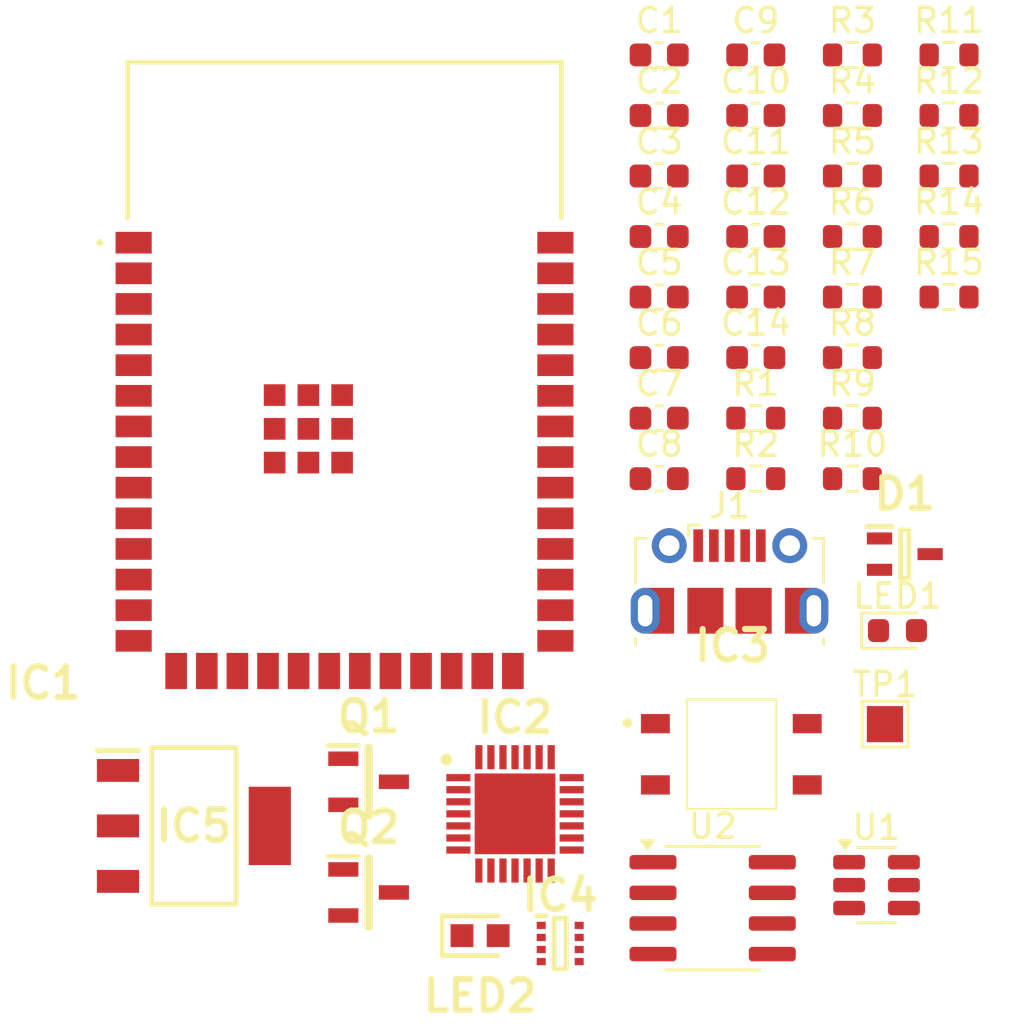
<source format=kicad_pcb>
(kicad_pcb (version 20241229) (generator "pcbnew") (generator_version "9.0")
  (layers (0 "F.Cu" signal) (2 "B.Cu" signal) (13 "F.Paste" user) (15 "B.Paste" user) (5 "F.SilkS" user "F.Silkscreen") (7 "B.SilkS" user "B.Silkscreen") (1 "F.Mask" user) (3 "B.Mask" user) (25 "Edge.Cuts" user))
  (net 0 "")
  (net 1 "/ST")
  (net 2 "Net-(IC3-Pad6)")
  (net 3 "/CAN-")
  (net 4 "/CAN_TERM")
  (net 5 "GND")
  (net 6 "/USR_LED_RSTR")
  (net 7 "VCC")
  (net 8 "Net-(IC4-PR1)")
  (net 9 "VBUS")
  (net 10 "+5V")
  (net 11 "Net-(IC2-DTR)")
  (net 12 "Net-(Q2-B)")
  (net 13 "/GPIO0")
  (net 15 "Net-(Q1-B)")
  (net 16 "Net-(IC2-RTS)")
  (net 17 "/CAN+")
  (net 18 "+3.3V")
  (net 23 "/PROG_D-")
  (net 31 "/PROG_D+")
  (net 32 "/U0TXD")
  (net 33 "/RSTB")
  (net 37 "Net-(IC2-VBUS)")
  (net 41 "/U0RXD")
  (net 42 "/PWR_LED")
  (net 49 "/CHIP_PU")
  (net 58 "/CAN_RTX")
  (net 59 "/USER_LED")
  (net 63 "/CAN_CTX")
  (net 76 "Net-(U2-Rs)")
  (net 77 "Net-(R3-Pad1)")
  (net 78 "Net-(R4-Pad2)")
  (net 79 "/USBM_D+")
  (net 80 "/USBM_D-")
  (footprint "Capacitor_SMD:C_0603_1608Metric" (layer "F.Cu") (at 41.705 21.065)
    (property "Reference" "C2" (at 0 -1.43 0) (layer "F.SilkS"))
    (property "Value" "10uF")
    (fp_line (start -0.14058 -0.51) (end 0.14058 -0.51) (stroke (width 0.12)) (layer "F.SilkS"))
    (fp_line (start -0.14058 0.51) (end 0.14058 0.51) (stroke (width 0.12)) (layer "F.SilkS"))
    (pad "1" smd roundrect (at -0.775 0) (size 0.9 0.95) (layers "F.Cu" "F.Mask" "F.Paste") (net 5 "GND"))
    (pad "2" smd roundrect (at 0.775 0) (size 0.9 0.95) (layers "F.Cu" "F.Mask" "F.Paste") (net 18 "+3.3V"))
  )
  (footprint "Resistor_SMD:R_0603_1608Metric" (layer "F.Cu") (at 49.725 33.615)
    (property "Reference" "R9" (at 0 -1.43 0) (layer "F.SilkS"))
    (property "Value" "1k")
    (fp_line (start -0.237258 -0.5225) (end 0.237258 -0.5225) (stroke (width 0.12)) (layer "F.SilkS"))
    (fp_line (start -0.237258 0.5225) (end 0.237258 0.5225) (stroke (width 0.12)) (layer "F.SilkS"))
    (pad "1" smd roundrect (at -0.825 0) (size 0.8 0.95) (layers "F.Cu" "F.Mask" "F.Paste") (net 33 "/RSTB"))
    (pad "2" smd roundrect (at 0.825 0) (size 0.8 0.95) (layers "F.Cu" "F.Mask" "F.Paste") (net 18 "+3.3V"))
  )
  (footprint "Capacitor_SMD:C_0603_1608Metric" (layer "F.Cu") (at 45.715 26.085)
    (property "Reference" "C12" (at 0 -1.43 0) (layer "F.SilkS"))
    (property "Value" "10uF")
    (fp_line (start -0.14058 -0.51) (end 0.14058 -0.51) (stroke (width 0.12)) (layer "F.SilkS"))
    (fp_line (start -0.14058 0.51) (end 0.14058 0.51) (stroke (width 0.12)) (layer "F.SilkS"))
    (pad "1" smd roundrect (at -0.775 0) (size 0.9 0.95) (layers "F.Cu" "F.Mask" "F.Paste") (net 5 "GND"))
    (pad "2" smd roundrect (at 0.775 0) (size 0.9 0.95) (layers "F.Cu" "F.Mask" "F.Paste") (net 10 "+5V"))
  )
  (footprint "Capacitor_SMD:C_0603_1608Metric" (layer "F.Cu") (at 45.715 28.595)
    (property "Reference" "C13" (at 0 -1.43 0) (layer "F.SilkS"))
    (property "Value" "100nF")
    (fp_line (start -0.14058 -0.51) (end 0.14058 -0.51) (stroke (width 0.12)) (layer "F.SilkS"))
    (fp_line (start -0.14058 0.51) (end 0.14058 0.51) (stroke (width 0.12)) (layer "F.SilkS"))
    (pad "1" smd roundrect (at -0.775 0) (size 0.9 0.95) (layers "F.Cu" "F.Mask" "F.Paste") (net 18 "+3.3V"))
    (pad "2" smd roundrect (at 0.775 0) (size 0.9 0.95) (layers "F.Cu" "F.Mask" "F.Paste") (net 5 "GND"))
  )
  (footprint "SDM_MiscFootprint:SOT96P237X111-3N" (layer "F.Cu") (at 29.65 53.285)
    (property "Reference" "Q2" (at 0 -2.7 0) (layer "F.SilkS") (effects (font (size 1.27 1.27) (thickness 0.254))))
    (property "Value" "MMBT2222LT1G" (hide yes))
    (fp_line (start -1.675 -1.505) (end -0.425 -1.505) (stroke (width 0.2)) (layer "F.SilkS"))
    (fp_line (start -0.075 -1.46) (end 0.075 -1.46) (stroke (width 0.2)) (layer "F.SilkS"))
    (fp_line (start -0.075 1.46) (end -0.075 -1.46) (stroke (width 0.2)) (layer "F.SilkS"))
    (fp_line (start 0.075 -1.46) (end 0.075 1.46) (stroke (width 0.2)) (layer "F.SilkS"))
    (fp_line (start 0.075 1.46) (end -0.075 1.46) (stroke (width 0.2)) (layer "F.SilkS"))
    (pad "1" smd rect (at -1.05 -0.955 90) (size 0.6 1.25) (layers "F.Cu" "F.Mask" "F.Paste") (net 12 "Net-(Q2-B)"))
    (pad "2" smd rect (at -1.05 0.955 90) (size 0.6 1.25) (layers "F.Cu" "F.Mask" "F.Paste") (net 11 "Net-(IC2-DTR)"))
    (pad "3" smd rect (at 1.05 0 90) (size 0.6 1.25) (layers "F.Cu" "F.Mask" "F.Paste") (net 13 "/GPIO0"))
  )
  (footprint "Capacitor_SMD:C_0603_1608Metric" (layer "F.Cu") (at 45.715 21.065)
    (property "Reference" "C10" (at 0 -1.43 0) (layer "F.SilkS"))
    (property "Value" "100uF")
    (fp_line (start -0.14058 -0.51) (end 0.14058 -0.51) (stroke (width 0.12)) (layer "F.SilkS"))
    (fp_line (start -0.14058 0.51) (end 0.14058 0.51) (stroke (width 0.12)) (layer "F.SilkS"))
    (pad "1" smd roundrect (at -0.775 0) (size 0.9 0.95) (layers "F.Cu" "F.Mask" "F.Paste") (net 10 "+5V"))
    (pad "2" smd roundrect (at 0.775 0) (size 0.9 0.95) (layers "F.Cu" "F.Mask" "F.Paste") (net 5 "GND"))
  )
  (footprint "Resistor_SMD:R_0603_1608Metric" (layer "F.Cu") (at 53.735 21.065)
    (property "Reference" "R12" (at 0 -1.43 0) (layer "F.SilkS"))
    (property "Value" "120")
    (fp_line (start -0.237258 -0.5225) (end 0.237258 -0.5225) (stroke (width 0.12)) (layer "F.SilkS"))
    (fp_line (start -0.237258 0.5225) (end 0.237258 0.5225) (stroke (width 0.12)) (layer "F.SilkS"))
    (pad "1" smd roundrect (at -0.825 0) (size 0.8 0.95) (layers "F.Cu" "F.Mask" "F.Paste") (net 2 "Net-(IC3-Pad6)"))
    (pad "2" smd roundrect (at 0.825 0) (size 0.8 0.95) (layers "F.Cu" "F.Mask" "F.Paste") (net 17 "/CAN+"))
  )
  (footprint "SDM_MiscFootprint:SOT230P700X180-4N" (layer "F.Cu") (at 22.4 50.525)
    (property "Reference" "IC5" (at 0 0 0) (layer "F.SilkS") (effects (font (size 1.27 1.27) (thickness 0.254))))
    (property "Value" "MIC37100-3.3WS" (hide yes))
    (fp_line (start -4.025 -3.125) (end -2.275 -3.125) (stroke (width 0.2)) (layer "F.SilkS"))
    (fp_line (start -1.75 -3.25) (end 1.75 -3.25) (stroke (width 0.2)) (layer "F.SilkS"))
    (fp_line (start -1.75 3.25) (end -1.75 -3.25) (stroke (width 0.2)) (layer "F.SilkS"))
    (fp_line (start 1.75 -3.25) (end 1.75 3.25) (stroke (width 0.2)) (layer "F.SilkS"))
    (fp_line (start 1.75 3.25) (end -1.75 3.25) (stroke (width 0.2)) (layer "F.SilkS"))
    (pad "1" smd rect (at -3.15 -2.3 90) (size 0.95 1.75) (layers "F.Cu" "F.Mask" "F.Paste") (net 10 "+5V"))
    (pad "2" smd rect (at -3.15 0 90) (size 0.95 1.75) (layers "F.Cu" "F.Mask" "F.Paste") (net 5 "GND"))
    (pad "3" smd rect (at -3.15 2.3 90) (size 0.95 1.75) (layers "F.Cu" "F.Mask" "F.Paste") (net 18 "+3.3V"))
    (pad "4" smd rect (at 3.15 0) (size 1.75 3.25) (layers "F.Cu" "F.Mask" "F.Paste") (net 5 "GND"))
  )
  (footprint "SDM_MiscFootprint:SOTFL50P160X60-8L" (layer "F.Cu") (at 37.6 55.4)
    (property "Reference" "IC4" (at 0 -2 0) (layer "F.SilkS") (effects (font (size 1.27 1.27) (thickness 0.254))))
    (property "Value" "TPS2116DRLR" (hide yes))
    (fp_line (start -0.975 -1.15) (end -0.6 -1.15) (stroke (width 0.2)) (layer "F.SilkS"))
    (fp_line (start -0.25 -1.05) (end 0.25 -1.05) (stroke (width 0.2)) (layer "F.SilkS"))
    (fp_line (start -0.25 1.05) (end -0.25 -1.05) (stroke (width 0.2)) (layer "F.SilkS"))
    (fp_line (start 0.25 -1.05) (end 0.25 1.05) (stroke (width 0.2)) (layer "F.SilkS"))
    (fp_line (start 0.25 1.05) (end -0.25 1.05) (stroke (width 0.2)) (layer "F.SilkS"))
    (pad "1" smd rect (at -0.788 -0.75 90) (size 0.3 0.375) (layers "F.Cu" "F.Mask" "F.Paste") (net 5 "GND"))
    (pad "2" smd rect (at -0.788 -0.25 90) (size 0.3 0.375) (layers "F.Cu" "F.Mask" "F.Paste") (net 10 "+5V"))
    (pad "3" smd rect (at -0.788 0.25 90) (size 0.3 0.375) (layers "F.Cu" "F.Mask" "F.Paste") (net 7 "VCC"))
    (pad "4" smd rect (at -0.788 0.75 90) (size 0.3 0.375) (layers "F.Cu" "F.Mask" "F.Paste") (net 8 "Net-(IC4-PR1)"))
    (pad "5" smd rect (at 0.788 0.75 90) (size 0.3 0.375) (layers "F.Cu" "F.Mask" "F.Paste") (net 7 "VCC"))
    (pad "6" smd rect (at 0.788 0.25 90) (size 0.3 0.375) (layers "F.Cu" "F.Mask" "F.Paste") (net 9 "VBUS"))
    (pad "7" smd rect (at 0.788 -0.25 90) (size 0.3 0.375) (layers "F.Cu" "F.Mask" "F.Paste") (net 10 "+5V"))
    (pad "8" smd rect (at 0.788 -0.75 90) (size 0.3 0.375) (layers "F.Cu" "F.Mask" "F.Paste") (net 1 "/ST"))
  )
  (footprint "Package_SO:SOIC-8_3.9x4.9mm_P1.27mm" (layer "F.Cu") (at 43.925 53.935)
    (property "Reference" "U2" (at 0 -3.4 0) (layer "F.SilkS"))
    (property "Value" "SN65HVD230")
    (fp_line (start 0 -2.56) (end -1.95 -2.56) (stroke (width 0.12)) (layer "F.SilkS"))
    (fp_line (start 0 -2.56) (end 1.95 -2.56) (stroke (width 0.12)) (layer "F.SilkS"))
    (fp_line (start 0 2.56) (end -1.95 2.56) (stroke (width 0.12)) (layer "F.SilkS"))
    (fp_line (start 0 2.56) (end 1.95 2.56) (stroke (width 0.12)) (layer "F.SilkS"))
    (fp_poly (pts (xy -2.7 -2.465) (xy -2.94 -2.795) (xy -2.46 -2.795)) (stroke (width 0.12)) (fill yes) (layer "F.SilkS"))
    (pad "1" smd roundrect (at -2.475 -1.905) (size 1.95 0.6) (layers "F.Cu" "F.Mask" "F.Paste") (net 58 "/CAN_RTX"))
    (pad "2" smd roundrect (at -2.475 -0.635) (size 1.95 0.6) (layers "F.Cu" "F.Mask" "F.Paste") (net 5 "GND"))
    (pad "3" smd roundrect (at -2.475 0.635) (size 1.95 0.6) (layers "F.Cu" "F.Mask" "F.Paste") (net 18 "+3.3V"))
    (pad "4" smd roundrect (at -2.475 1.905) (size 1.95 0.6) (layers "F.Cu" "F.Mask" "F.Paste") (net 63 "/CAN_CTX"))
    (pad "5" smd roundrect (at 2.475 1.905) (size 1.95 0.6) (layers "F.Cu" "F.Mask" "F.Paste"))
    (pad "6" smd roundrect (at 2.475 0.635) (size 1.95 0.6) (layers "F.Cu" "F.Mask" "F.Paste") (net 3 "/CAN-"))
    (pad "7" smd roundrect (at 2.475 -0.635) (size 1.95 0.6) (layers "F.Cu" "F.Mask" "F.Paste") (net 17 "/CAN+"))
    (pad "8" smd roundrect (at 2.475 -1.905) (size 1.95 0.6) (layers "F.Cu" "F.Mask" "F.Paste") (net 76 "Net-(U2-Rs)"))
  )
  (footprint "SDM_MiscFootprint:TLP266J" (layer "F.Cu") (at 44.75 47.555)
    (property "Reference" "IC3" (at 0 -4.5 0) (layer "F.SilkS") (effects (font (size 1.27 1.27) (thickness 0.254))))
    (property "Value" "TLP175A_TPL,E" (hide yes))
    (fp_line (start -4.35 -1.4) (end -4.35 -1.4) (stroke (width 0.2)) (layer "F.SilkS"))
    (fp_line (start -4.35 -1.2) (end -4.35 -1.2) (stroke (width 0.2)) (layer "F.SilkS"))
    (fp_line (start -1.9 -2.275) (end 1.8 -2.275) (stroke (width 0.1)) (layer "F.SilkS"))
    (fp_line (start -1.9 2.275) (end -1.9 -2.275) (stroke (width 0.1)) (layer "F.SilkS"))
    (fp_line (start 1.8 -2.275) (end 1.8 2.275) (stroke (width 0.1)) (layer "F.SilkS"))
    (fp_line (start 1.8 2.275) (end -1.9 2.275) (stroke (width 0.1)) (layer "F.SilkS"))
    (fp_arc (start -4.35 -1.4) (mid -4.25 -1.3) (end -4.35 -1.2) (stroke (width 0.2)) (layer "F.SilkS"))
    (fp_arc (start -4.35 -1.2) (mid -4.45 -1.3) (end -4.35 -1.4) (stroke (width 0.2)) (layer "F.SilkS"))
    (pad "1" smd rect (at -3.2 -1.27 90) (size 0.8 1.2) (layers "F.Cu" "F.Mask" "F.Paste") (net 4 "/CAN_TERM"))
    (pad "3" smd rect (at -3.2 1.27 90) (size 0.8 1.2) (layers "F.Cu" "F.Mask" "F.Paste") (net 5 "GND"))
    (pad "4" smd rect (at 3.1 1.27 90) (size 0.8 1.2) (layers "F.Cu" "F.Mask" "F.Paste") (net 3 "/CAN-"))
    (pad "6" smd rect (at 3.1 -1.27 90) (size 0.8 1.2) (layers "F.Cu" "F.Mask" "F.Paste") (net 2 "Net-(IC3-Pad6)"))
  )
  (footprint "Resistor_SMD:R_0603_1608Metric" (layer "F.Cu") (at 49.725 23.575)
    (property "Reference" "R5" (at 0 -1.43 0) (layer "F.SilkS"))
    (property "Value" "22.1K")
    (fp_line (start -0.237258 -0.5225) (end 0.237258 -0.5225) (stroke (width 0.12)) (layer "F.SilkS"))
    (fp_line (start -0.237258 0.5225) (end 0.237258 0.5225) (stroke (width 0.12)) (layer "F.SilkS"))
    (pad "1" smd roundrect (at -0.825 0) (size 0.8 0.95) (layers "F.Cu" "F.Mask" "F.Paste") (net 37 "Net-(IC2-VBUS)"))
    (pad "2" smd roundrect (at 0.825 0) (size 0.8 0.95) (layers "F.Cu" "F.Mask" "F.Paste") (net 9 "VBUS"))
  )
  (footprint "Resistor_SMD:R_0603_1608Metric" (layer "F.Cu") (at 45.715 33.615)
    (property "Reference" "R1" (at 0 -1.43 0) (layer "F.SilkS"))
    (property "Value" "10k")
    (fp_line (start -0.237258 -0.5225) (end 0.237258 -0.5225) (stroke (width 0.12)) (layer "F.SilkS"))
    (fp_line (start -0.237258 0.5225) (end 0.237258 0.5225) (stroke (width 0.12)) (layer "F.SilkS"))
    (pad "1" smd roundrect (at -0.825 0) (size 0.8 0.95) (layers "F.Cu" "F.Mask" "F.Paste") (net 18 "+3.3V"))
    (pad "2" smd roundrect (at 0.825 0) (size 0.8 0.95) (layers "F.Cu" "F.Mask" "F.Paste") (net 49 "/CHIP_PU"))
  )
  (footprint "Resistor_SMD:R_0603_1608Metric" (layer "F.Cu") (at 53.735 18.555)
    (property "Reference" "R11" (at 0 -1.43 0) (layer "F.SilkS"))
    (property "Value" "10k")
    (fp_line (start -0.237258 -0.5225) (end 0.237258 -0.5225) (stroke (width 0.12)) (layer "F.SilkS"))
    (fp_line (start -0.237258 0.5225) (end 0.237258 0.5225) (stroke (width 0.12)) (layer "F.SilkS"))
    (pad "1" smd roundrect (at -0.825 0) (size 0.8 0.95) (layers "F.Cu" "F.Mask" "F.Paste") (net 5 "GND"))
    (pad "2" smd roundrect (at 0.825 0) (size 0.8 0.95) (layers "F.Cu" "F.Mask" "F.Paste") (net 8 "Net-(IC4-PR1)"))
  )
  (footprint "TestPoint:TestPoint_Pad_1.5x1.5mm" (layer "F.Cu") (at 51.075 46.305)
    (property "Reference" "TP1" (at 0 -1.648 0) (layer "F.SilkS"))
    (property "Value" "ST_5V")
    (fp_line (start -0.95 -0.95) (end 0.95 -0.95) (stroke (width 0.12)) (layer "F.SilkS"))
    (fp_line (start -0.95 0.95) (end -0.95 -0.95) (stroke (width 0.12)) (layer "F.SilkS"))
    (fp_line (start 0.95 -0.95) (end 0.95 0.95) (stroke (width 0.12)) (layer "F.SilkS"))
    (fp_line (start 0.95 0.95) (end -0.95 0.95) (stroke (width 0.12)) (layer "F.SilkS"))
    (pad "1" smd rect (at 0 0) (size 1.5 1.5) (layers "F.Cu" "F.Mask") (net 1 "/ST"))
  )
  (footprint "Capacitor_SMD:C_0603_1608Metric" (layer "F.Cu") (at 41.705 28.595)
    (property "Reference" "C5" (at 0 -1.43 0) (layer "F.SilkS"))
    (property "Value" "4.7uF")
    (fp_line (start -0.14058 -0.51) (end 0.14058 -0.51) (stroke (width 0.12)) (layer "F.SilkS"))
    (fp_line (start -0.14058 0.51) (end 0.14058 0.51) (stroke (width 0.12)) (layer "F.SilkS"))
    (pad "1" smd roundrect (at -0.775 0) (size 0.9 0.95) (layers "F.Cu" "F.Mask" "F.Paste") (net 18 "+3.3V"))
    (pad "2" smd roundrect (at 0.775 0) (size 0.9 0.95) (layers "F.Cu" "F.Mask" "F.Paste") (net 5 "GND"))
  )
  (footprint "Capacitor_SMD:C_0603_1608Metric" (layer "F.Cu") (at 41.705 36.125)
    (property "Reference" "C8" (at 0 -1.43 0) (layer "F.SilkS"))
    (property "Value" "1uF")
    (fp_line (start -0.14058 -0.51) (end 0.14058 -0.51) (stroke (width 0.12)) (layer "F.SilkS"))
    (fp_line (start -0.14058 0.51) (end 0.14058 0.51) (stroke (width 0.12)) (layer "F.SilkS"))
    (pad "1" smd roundrect (at -0.775 0) (size 0.9 0.95) (layers "F.Cu" "F.Mask" "F.Paste") (net 5 "GND"))
    (pad "2" smd roundrect (at 0.775 0) (size 0.9 0.95) (layers "F.Cu" "F.Mask" "F.Paste") (net 7 "VCC"))
  )
  (footprint "Resistor_SMD:R_0603_1608Metric" (layer "F.Cu") (at 53.735 23.575)
    (property "Reference" "R13" (at 0 -1.43 0) (layer "F.SilkS"))
    (property "Value" "10k")
    (fp_line (start -0.237258 -0.5225) (end 0.237258 -0.5225) (stroke (width 0.12)) (layer "F.SilkS"))
    (fp_line (start -0.237258 0.5225) (end 0.237258 0.5225) (stroke (width 0.12)) (layer "F.SilkS"))
    (pad "1" smd roundrect (at -0.825 0) (size 0.8 0.95) (layers "F.Cu" "F.Mask" "F.Paste") (net 10 "+5V"))
    (pad "2" smd roundrect (at 0.825 0) (size 0.8 0.95) (layers "F.Cu" "F.Mask" "F.Paste") (net 1 "/ST"))
  )
  (footprint "Connector_USB:USB_Micro-B_Molex-105017-0001" (layer "F.Cu") (at 44.625 40.365)
    (property "Reference" "J1" (at 0 -3.1125 0) (layer "F.SilkS"))
    (property "Value" "ESP_USB")
    (fp_line (start -3.9 -1.7625) (end -3.45 -1.7625) (stroke (width 0.12)) (layer "F.SilkS"))
    (fp_line (start -3.9 0.0875) (end -3.9 -1.7625) (stroke (width 0.12)) (layer "F.SilkS"))
    (fp_line (start -3.9 2.6375) (end -3.9 2.3875) (stroke (width 0.12)) (layer "F.SilkS"))
    (fp_line (start -1.7 -2.3125) (end -1.7 -1.8625) (stroke (width 0.12)) (layer "F.SilkS"))
    (fp_line (start -1.7 -2.3125) (end -1.25 -2.3125) (stroke (width 0.12)) (layer "F.SilkS"))
    (fp_line (start 3.9 -1.7625) (end 3.45 -1.7625) (stroke (width 0.12)) (layer "F.SilkS"))
    (fp_line (start 3.9 0.0875) (end 3.9 -1.7625) (stroke (width 0.12)) (layer "F.SilkS"))
    (fp_line (start 3.9 2.6375) (end 3.9 2.3875) (stroke (width 0.12)) (layer "F.SilkS"))
    (pad "1" smd rect (at -1.3 -1.4625) (size 0.4 1.35) (layers "F.Cu" "F.Mask" "F.Paste") (net 9 "VBUS"))
    (pad "2" smd rect (at -0.65 -1.4625) (size 0.4 1.35) (layers "F.Cu" "F.Mask" "F.Paste") (net 80 "/USBM_D-"))
    (pad "3" smd rect (at 0 -1.4625) (size 0.4 1.35) (layers "F.Cu" "F.Mask" "F.Paste") (net 79 "/USBM_D+"))
    (pad "4" smd rect (at 0.65 -1.4625) (size 0.4 1.35) (layers "F.Cu" "F.Mask" "F.Paste"))
    (pad "5" smd rect (at 1.3 -1.4625) (size 0.4 1.35) (layers "F.Cu" "F.Mask" "F.Paste") (net 5 "GND"))
    (pad "6" thru_hole oval (at -3.5 1.2375 180) (size 1.2 1.9) (drill oval 0.6 1.3) (property pad_prop_heatsink) (layers "*.Cu" "*.Mask"))
    (pad "6" smd rect (at -2.9 1.2375) (size 1.2 1.9) (layers "F.Cu" "F.Mask"))
    (pad "6" thru_hole circle (at -2.5 -1.4625) (size 1.45 1.45) (drill 0.85) (property pad_prop_heatsink) (layers "*.Cu" "*.Mask"))
    (pad "6" smd rect (at -1 1.2375) (size 1.5 1.9) (layers "F.Cu" "F.Mask" "F.Paste"))
    (pad "6" smd rect (at 1 1.2375) (size 1.5 1.9) (layers "F.Cu" "F.Mask" "F.Paste"))
    (pad "6" thru_hole circle (at 2.5 -1.4625) (size 1.45 1.45) (drill 0.85) (property pad_prop_heatsink) (layers "*.Cu" "*.Mask"))
    (pad "6" smd rect (at 2.9 1.2375) (size 1.2 1.9) (layers "F.Cu" "F.Mask"))
    (pad "6" thru_hole oval (at 3.5 1.2375) (size 1.2 1.9) (drill oval 0.6 1.3) (property pad_prop_heatsink) (layers "*.Cu" "*.Mask"))
  )
  (footprint "SDM_MiscFootprint:SOT96P237X111-3N" (layer "F.Cu") (at 29.65 48.695)
    (property "Reference" "Q1" (at 0 -2.7 0) (layer "F.SilkS") (effects (font (size 1.27 1.27) (thickness 0.254))))
    (property "Value" "MMBT2222LT1G" (hide yes))
    (fp_line (start -1.675 -1.505) (end -0.425 -1.505) (stroke (width 0.2)) (layer "F.SilkS"))
    (fp_line (start -0.075 -1.46) (end 0.075 -1.46) (stroke (width 0.2)) (layer "F.SilkS"))
    (fp_line (start -0.075 1.46) (end -0.075 -1.46) (stroke (width 0.2)) (layer "F.SilkS"))
    (fp_line (start 0.075 -1.46) (end 0.075 1.46) (stroke (width 0.2)) (layer "F.SilkS"))
    (fp_line (start 0.075 1.46) (end -0.075 1.46) (stroke (width 0.2)) (layer "F.SilkS"))
    (pad "1" smd rect (at -1.05 -0.955 90) (size 0.6 1.25) (layers "F.Cu" "F.Mask" "F.Paste") (net 15 "Net-(Q1-B)"))
    (pad "2" smd rect (at -1.05 0.955 90) (size 0.6 1.25) (layers "F.Cu" "F.Mask" "F.Paste") (net 16 "Net-(IC2-RTS)"))
    (pad "3" smd rect (at 1.05 0 90) (size 0.6 1.25) (layers "F.Cu" "F.Mask" "F.Paste"))
  )
  (footprint "Resistor_SMD:R_0603_1608Metric" (layer "F.Cu") (at 53.735 28.595)
    (property "Reference" "R15" (at 0 -1.43 0) (layer "F.SilkS"))
    (property "Value" "10k")
    (fp_line (start -0.237258 -0.5225) (end 0.237258 -0.5225) (stroke (width 0.12)) (layer "F.SilkS"))
    (fp_line (start -0.237258 0.5225) (end 0.237258 0.5225) (stroke (width 0.12)) (layer "F.SilkS"))
    (pad "1" smd roundrect (at -0.825 0) (size 0.8 0.95) (layers "F.Cu" "F.Mask" "F.Paste") (net 5 "GND"))
    (pad "2" smd roundrect (at 0.825 0) (size 0.8 0.95) (layers "F.Cu" "F.Mask" "F.Paste") (net 76 "Net-(U2-Rs)"))
  )
  (footprint "Capacitor_SMD:C_0603_1608Metric" (layer "F.Cu") (at 45.715 31.105)
    (property "Reference" "C14" (at 0 -1.43 0) (layer "F.SilkS"))
    (property "Value" "10uF")
    (fp_line (start -0.14058 -0.51) (end 0.14058 -0.51) (stroke (width 0.12)) (layer "F.SilkS"))
    (fp_line (start -0.14058 0.51) (end 0.14058 0.51) (stroke (width 0.12)) (layer "F.SilkS"))
    (pad "1" smd roundrect (at -0.775 0) (size 0.9 0.95) (layers "F.Cu" "F.Mask" "F.Paste") (net 5 "GND"))
    (pad "2" smd roundrect (at 0.775 0) (size 0.9 0.95) (layers "F.Cu" "F.Mask" "F.Paste") (net 18 "+3.3V"))
  )
  (footprint "Resistor_SMD:R_0603_1608Metric" (layer "F.Cu") (at 49.725 18.555)
    (property "Reference" "R3" (at 0 -1.43 0) (layer "F.SilkS"))
    (property "Value" "27")
    (fp_line (start -0.237258 -0.5225) (end 0.237258 -0.5225) (stroke (width 0.12)) (layer "F.SilkS"))
    (fp_line (start -0.237258 0.5225) (end 0.237258 0.5225) (stroke (width 0.12)) (layer "F.SilkS"))
    (pad "1" smd roundrect (at -0.825 0) (size 0.8 0.95) (layers "F.Cu" "F.Mask" "F.Paste") (net 77 "Net-(R3-Pad1)"))
    (pad "2" smd roundrect (at 0.825 0) (size 0.8 0.95) (layers "F.Cu" "F.Mask" "F.Paste") (net 31 "/PROG_D+"))
  )
  (footprint "Resistor_SMD:R_0603_1608Metric" (layer "F.Cu") (at 53.735 26.085)
    (property "Reference" "R14" (at 0 -1.43 0) (layer "F.SilkS"))
    (property "Value" "68")
    (fp_line (start -0.237258 -0.5225) (end 0.237258 -0.5225) (stroke (width 0.12)) (layer "F.SilkS"))
    (fp_line (start -0.237258 0.5225) (end 0.237258 0.5225) (stroke (width 0.12)) (layer "F.SilkS"))
    (pad "1" smd roundrect (at -0.825 0) (size 0.8 0.95) (layers "F.Cu" "F.Mask" "F.Paste") (net 10 "+5V"))
    (pad "2" smd roundrect (at 0.825 0) (size 0.8 0.95) (layers "F.Cu" "F.Mask" "F.Paste") (net 42 "/PWR_LED"))
  )
  (footprint "Capacitor_SMD:C_0603_1608Metric" (layer "F.Cu") (at 41.705 26.085)
    (property "Reference" "C4" (at 0 -1.43 0) (layer "F.SilkS"))
    (property "Value" "1uF")
    (fp_line (start -0.14058 -0.51) (end 0.14058 -0.51) (stroke (width 0.12)) (layer "F.SilkS"))
    (fp_line (start -0.14058 0.51) (end 0.14058 0.51) (stroke (width 0.12)) (layer "F.SilkS"))
    (pad "1" smd roundrect (at -0.775 0) (size 0.9 0.95) (layers "F.Cu" "F.Mask" "F.Paste") (net 5 "GND"))
    (pad "2" smd roundrect (at 0.775 0) (size 0.9 0.95) (layers "F.Cu" "F.Mask" "F.Paste") (net 9 "VBUS"))
  )
  (footprint "Package_TO_SOT_SMD:SOT-23-6" (layer "F.Cu") (at 50.725 52.98)
    (property "Reference" "U1" (at 0 -2.4 0) (layer "F.SilkS"))
    (property "Value" "USBLC6-2SC6")
    (fp_line (start 0 -1.56) (end -0.8 -1.56) (stroke (width 0.12)) (layer "F.SilkS"))
    (fp_line (start 0 -1.56) (end 0.8 -1.56) (stroke (width 0.12)) (layer "F.SilkS"))
    (fp_line (start 0 1.56) (end -0.8 1.56) (stroke (width 0.12)) (layer "F.SilkS"))
    (fp_line (start 0 1.56) (end 0.8 1.56) (stroke (width 0.12)) (layer "F.SilkS"))
    (fp_poly (pts (xy -1.3 -1.51) (xy -1.54 -1.84) (xy -1.06 -1.84)) (stroke (width 0.12)) (fill yes) (layer "F.SilkS"))
    (pad "1" smd roundrect (at -1.1375 -0.95) (size 1.325 0.6) (layers "F.Cu" "F.Mask" "F.Paste") (net 77 "Net-(R3-Pad1)"))
    (pad "2" smd roundrect (at -1.1375 0) (size 1.325 0.6) (layers "F.Cu" "F.Mask" "F.Paste") (net 5 "GND"))
    (pad "3" smd roundrect (at -1.1375 0.95) (size 1.325 0.6) (layers "F.Cu" "F.Mask" "F.Paste") (net 78 "Net-(R4-Pad2)"))
    (pad "4" smd roundrect (at 1.1375 0.95) (size 1.325 0.6) (layers "F.Cu" "F.Mask" "F.Paste") (net 80 "/USBM_D-"))
    (pad "5" smd roundrect (at 1.1375 0) (size 1.325 0.6) (layers "F.Cu" "F.Mask" "F.Paste") (net 9 "VBUS"))
    (pad "6" smd roundrect (at 1.1375 -0.95) (size 1.325 0.6) (layers "F.Cu" "F.Mask" "F.Paste") (net 79 "/USBM_D+"))
  )
  (footprint "SDM_MiscFootprint:QFN50P500X500X80-29N-D" (layer "F.Cu") (at 35.725 50.025)
    (property "Reference" "IC2" (at 0 -4 0) (layer "F.SilkS") (effects (font (size 1.27 1.27) (thickness 0.254))))
    (property "Value" "CP2102N-A02-GQFN28" (hide yes))
    (fp_circle (center -2.85 -2.25) (end -2.85 -2.125) (stroke (width 0.25)) (fill no) (layer "F.SilkS"))
    (pad "1" smd rect (at -2.35 -1.5 90) (size 0.3 1) (layers "F.Cu" "F.Mask" "F.Paste"))
    (pad "2" smd rect (at -2.35 -1 90) (size 0.3 1) (layers "F.Cu" "F.Mask" "F.Paste"))
    (pad "3" smd rect (at -2.35 -0.5 90) (size 0.3 1) (layers "F.Cu" "F.Mask" "F.Paste") (net 5 "GND"))
    (pad "4" smd rect (at -2.35 0 90) (size 0.3 1) (layers "F.Cu" "F.Mask" "F.Paste") (net 31 "/PROG_D+"))
    (pad "5" smd rect (at -2.35 0.5 90) (size 0.3 1) (layers "F.Cu" "F.Mask" "F.Paste") (net 23 "/PROG_D-"))
    (pad "6" smd rect (at -2.35 1 90) (size 0.3 1) (layers "F.Cu" "F.Mask" "F.Paste") (net 18 "+3.3V"))
    (pad "7" smd rect (at -2.35 1.5 90) (size 0.3 1) (layers "F.Cu" "F.Mask" "F.Paste") (net 18 "+3.3V"))
    (pad "8" smd rect (at -1.5 2.35) (size 0.3 1) (layers "F.Cu" "F.Mask" "F.Paste") (net 37 "Net-(IC2-VBUS)"))
    (pad "9" smd rect (at -1 2.35) (size 0.3 1) (layers "F.Cu" "F.Mask" "F.Paste") (net 33 "/RSTB"))
    (pad "10" smd rect (at -0.5 2.35) (size 0.3 1) (layers "F.Cu" "F.Mask" "F.Paste"))
    (pad "11" smd rect (at 0 2.35) (size 0.3 1) (layers "F.Cu" "F.Mask" "F.Paste"))
    (pad "12" smd rect (at 0.5 2.35) (size 0.3 1) (layers "F.Cu" "F.Mask" "F.Paste"))
    (pad "13" smd rect (at 1 2.35) (size 0.3 1) (layers "F.Cu" "F.Mask" "F.Paste"))
    (pad "14" smd rect (at 1.5 2.35) (size 0.3 1) (layers "F.Cu" "F.Mask" "F.Paste"))
    (pad "15" smd rect (at 2.35 1.5 90) (size 0.3 1) (layers "F.Cu" "F.Mask" "F.Paste"))
    (pad "16" smd rect (at 2.35 1 90) (size 0.3 1) (layers "F.Cu" "F.Mask" "F.Paste"))
    (pad "17" smd rect (at 2.35 0.5 90) (size 0.3 1) (layers "F.Cu" "F.Mask" "F.Paste"))
    (pad "18" smd rect (at 2.35 0 90) (size 0.3 1) (layers "F.Cu" "F.Mask" "F.Paste"))
    (pad "19" smd rect (at 2.35 -0.5 90) (size 0.3 1) (layers "F.Cu" "F.Mask" "F.Paste"))
    (pad "20" smd rect (at 2.35 -1 90) (size 0.3 1) (layers "F.Cu" "F.Mask" "F.Paste"))
    (pad "21" smd rect (at 2.35 -1.5 90) (size 0.3 1) (layers "F.Cu" "F.Mask" "F.Paste"))
    (pad "22" smd rect (at 1.5 -2.35) (size 0.3 1) (layers "F.Cu" "F.Mask" "F.Paste"))
    (pad "23" smd rect (at 1 -2.35) (size 0.3 1) (layers "F.Cu" "F.Mask" "F.Paste"))
    (pad "24" smd rect (at 0.5 -2.35) (size 0.3 1) (layers "F.Cu" "F.Mask" "F.Paste") (net 16 "Net-(IC2-RTS)"))
    (pad "25" smd rect (at 0 -2.35) (size 0.3 1) (layers "F.Cu" "F.Mask" "F.Paste") (net 32 "/U0TXD"))
    (pad "26" smd rect (at -0.5 -2.35) (size 0.3 1) (layers "F.Cu" "F.Mask" "F.Paste") (net 41 "/U0RXD"))
    (pad "27" smd rect (at -1 -2.35) (size 0.3 1) (layers "F.Cu" "F.Mask" "F.Paste"))
    (pad "28" smd rect (at -1.5 -2.35) (size 0.3 1) (layers "F.Cu" "F.Mask" "F.Paste") (net 11 "Net-(IC2-DTR)"))
    (pad "29" smd rect (at 0 0) (size 3.35 3.35) (layers "F.Cu" "F.Mask" "F.Paste") (net 5 "GND") (clearance 0.1))
  )
  (footprint "Capacitor_SMD:C_0603_1608Metric" (layer "F.Cu") (at 41.705 31.105)
    (property "Reference" "C6" (at 0 -1.43 0) (layer "F.SilkS"))
    (property "Value" "100nF")
    (fp_line (start -0.14058 -0.51) (end 0.14058 -0.51) (stroke (width 0.12)) (layer "F.SilkS"))
    (fp_line (start -0.14058 0.51) (end 0.14058 0.51) (stroke (width 0.12)) (layer "F.SilkS"))
    (pad "1" smd roundrect (at -0.775 0) (size 0.9 0.95) (layers "F.Cu" "F.Mask" "F.Paste") (net 5 "GND"))
    (pad "2" smd roundrect (at 0.775 0) (size 0.9 0.95) (layers "F.Cu" "F.Mask" "F.Paste") (net 18 "+3.3V"))
  )
  (footprint "Resistor_SMD:R_0603_1608Metric" (layer "F.Cu") (at 49.725 21.065)
    (property "Reference" "R4" (at 0 -1.43 0) (layer "F.SilkS"))
    (property "Value" "27")
    (fp_line (start -0.237258 -0.5225) (end 0.237258 -0.5225) (stroke (width 0.12)) (layer "F.SilkS"))
    (fp_line (start -0.237258 0.5225) (end 0.237258 0.5225) (stroke (width 0.12)) (layer "F.SilkS"))
    (pad "1" smd roundrect (at -0.825 0) (size 0.8 0.95) (layers "F.Cu" "F.Mask" "F.Paste") (net 23 "/PROG_D-"))
    (pad "2" smd roundrect (at 0.825 0) (size 0.8 0.95) (layers "F.Cu" "F.Mask" "F.Paste") (net 78 "Net-(R4-Pad2)"))
  )
  (footprint "Resistor_SMD:R_0603_1608Metric" (layer "F.Cu") (at 49.725 28.595)
    (property "Reference" "R7" (at 0 -1.43 0) (layer "F.SilkS"))
    (property "Value" "10k")
    (fp_line (start -0.237258 -0.5225) (end 0.237258 -0.5225) (stroke (width 0.12)) (layer "F.SilkS"))
    (fp_line (start -0.237258 0.5225) (end 0.237258 0.5225) (stroke (width 0.12)) (layer "F.SilkS"))
    (pad "1" smd roundrect (at -0.825 0) (size 0.8 0.95) (layers "F.Cu" "F.Mask" "F.Paste") (net 15 "Net-(Q1-B)"))
    (pad "2" smd roundrect (at 0.825 0) (size 0.8 0.95) (layers "F.Cu" "F.Mask" "F.Paste") (net 11 "Net-(IC2-DTR)"))
  )
  (footprint "Resistor_SMD:R_0603_1608Metric" (layer "F.Cu") (at 49.725 26.085)
    (property "Reference" "R6" (at 0 -1.43 0) (layer "F.SilkS"))
    (property "Value" "47.5K")
    (fp_line (start -0.237258 -0.5225) (end 0.237258 -0.5225) (stroke (width 0.12)) (layer "F.SilkS"))
    (fp_line (start -0.237258 0.5225) (end 0.237258 0.5225) (stroke (width 0.12)) (layer "F.SilkS"))
    (pad "1" smd roundrect (at -0.825 0) (size 0.8 0.95) (layers "F.Cu" "F.Mask" "F.Paste") (net 37 "Net-(IC2-VBUS)"))
    (pad "2" smd roundrect (at 0.825 0) (size 0.8 0.95) (layers "F.Cu" "F.Mask" "F.Paste") (net 5 "GND"))
  )
  (footprint "Capacitor_SMD:C_0603_1608Metric" (layer "F.Cu") (at 41.705 33.615)
    (property "Reference" "C7" (at 0 -1.43 0) (layer "F.SilkS"))
    (property "Value" "1uF")
    (fp_line (start -0.14058 -0.51) (end 0.14058 -0.51) (stroke (width 0.12)) (layer "F.SilkS"))
    (fp_line (start -0.14058 0.51) (end 0.14058 0.51) (stroke (width 0.12)) (layer "F.SilkS"))
    (pad "1" smd roundrect (at -0.775 0) (size 0.9 0.95) (layers "F.Cu" "F.Mask" "F.Paste") (net 37 "Net-(IC2-VBUS)"))
    (pad "2" smd roundrect (at 0.775 0) (size 0.9 0.95) (layers "F.Cu" "F.Mask" "F.Paste") (net 5 "GND"))
  )
  (footprint "LED_SMD:LED_0603_1608Metric" (layer "F.Cu") (at 51.595 42.425)
    (property "Reference" "LED1" (at 0 -1.43 0) (layer "F.SilkS"))
    (property "Value" "GREEN")
    (fp_line (start -1.485 -0.735) (end -1.485 0.735) (stroke (width 0.12)) (layer "F.SilkS"))
    (fp_line (start -1.485 0.735) (end 0.8 0.735) (stroke (width 0.12)) (layer "F.SilkS"))
    (fp_line (start 0.8 -0.735) (end -1.485 -0.735) (stroke (width 0.12)) (layer "F.SilkS"))
    (pad "1" smd roundrect (at -0.7875 0) (size 0.875 0.95) (layers "F.Cu" "F.Mask" "F.Paste") (net 5 "GND"))
    (pad "2" smd roundrect (at 0.7875 0) (size 0.875 0.95) (layers "F.Cu" "F.Mask" "F.Paste") (net 6 "/USR_LED_RSTR"))
  )
  (footprint "Capacitor_SMD:C_0603_1608Metric" (layer "F.Cu") (at 45.715 18.555)
    (property "Reference" "C9" (at 0 -1.43 0) (layer "F.SilkS"))
    (property "Value" "1uF")
    (fp_line (start -0.14058 -0.51) (end 0.14058 -0.51) (stroke (width 0.12)) (layer "F.SilkS"))
    (fp_line (start -0.14058 0.51) (end 0.14058 0.51) (stroke (width 0.12)) (layer "F.SilkS"))
    (pad "1" smd roundrect (at -0.775 0) (size 0.9 0.95) (layers "F.Cu" "F.Mask" "F.Paste") (net 5 "GND"))
    (pad "2" smd roundrect (at 0.775 0) (size 0.9 0.95) (layers "F.Cu" "F.Mask" "F.Paste") (net 9 "VBUS"))
  )
  (footprint "SDM_MiscFootprint:LEDC1608X80N" (layer "F.Cu") (at 34.275 55.075)
    (property "Reference" "LED2" (at 0 2.5 0) (layer "F.SilkS") (effects (font (size 1.27 1.27) (thickness 0.254))))
    (property "Value" "150060RS75000" (hide yes))
    (fp_line (start -1.575 -0.825) (end -1.575 0.825) (stroke (width 0.2)) (layer "F.SilkS"))
    (fp_line (start -1.575 0.825) (end 0.75 0.825) (stroke (width 0.2)) (layer "F.SilkS"))
    (fp_line (start 0.75 -0.825) (end -1.575 -0.825) (stroke (width 0.2)) (layer "F.SilkS"))
    (pad "1" smd rect (at -0.75 0 90) (size 0.95 0.95) (layers "F.Cu" "F.Mask" "F.Paste") (net 5 "GND"))
    (pad "2" smd rect (at 0.75 0 90) (size 0.95 0.95) (layers "F.Cu" "F.Mask" "F.Paste") (net 42 "/PWR_LED"))
  )
  (footprint "Resistor_SMD:R_0603_1608Metric" (layer "F.Cu") (at 49.725 36.125)
    (property "Reference" "R10" (at 0 -1.43 0) (layer "F.SilkS"))
    (property "Value" "10k")
    (fp_line (start -0.237258 -0.5225) (end 0.237258 -0.5225) (stroke (width 0.12)) (layer "F.SilkS"))
    (fp_line (start -0.237258 0.5225) (end 0.237258 0.5225) (stroke (width 0.12)) (layer "F.SilkS"))
    (pad "1" smd roundrect (at -0.825 0) (size 0.8 0.95) (layers "F.Cu" "F.Mask" "F.Paste") (net 8 "Net-(IC4-PR1)"))
    (pad "2" smd roundrect (at 0.825 0) (size 0.8 0.95) (layers "F.Cu" "F.Mask" "F.Paste") (net 7 "VCC"))
  )
  (footprint "Capacitor_SMD:C_0603_1608Metric" (layer "F.Cu") (at 41.705 23.575)
    (property "Reference" "C3" (at 0 -1.43 0) (layer "F.SilkS"))
    (property "Value" "100nF")
    (fp_line (start -0.14058 -0.51) (end 0.14058 -0.51) (stroke (width 0.12)) (layer "F.SilkS"))
    (fp_line (start -0.14058 0.51) (end 0.14058 0.51) (stroke (width 0.12)) (layer "F.SilkS"))
    (pad "1" smd roundrect (at -0.775 0) (size 0.9 0.95) (layers "F.Cu" "F.Mask" "F.Paste") (net 5 "GND"))
    (pad "2" smd roundrect (at 0.775 0) (size 0.9 0.95) (layers "F.Cu" "F.Mask" "F.Paste") (net 18 "+3.3V"))
  )
  (footprint "Resistor_SMD:R_0603_1608Metric" (layer "F.Cu") (at 49.725 31.105)
    (property "Reference" "R8" (at 0 -1.43 0) (layer "F.SilkS"))
    (property "Value" "10k")
    (fp_line (start -0.237258 -0.5225) (end 0.237258 -0.5225) (stroke (width 0.12)) (layer "F.SilkS"))
    (fp_line (start -0.237258 0.5225) (end 0.237258 0.5225) (stroke (width 0.12)) (layer "F.SilkS"))
    (pad "1" smd roundrect (at -0.825 0) (size 0.8 0.95) (layers "F.Cu" "F.Mask" "F.Paste") (net 12 "Net-(Q2-B)"))
    (pad "2" smd roundrect (at 0.825 0) (size 0.8 0.95) (layers "F.Cu" "F.Mask" "F.Paste") (net 16 "Net-(IC2-RTS)"))
  )
  (footprint "SDM_MiscFootprint:SOT65P210X110-3N" (layer "F.Cu") (at 51.9 39.255)
    (property "Reference" "D1" (at 0 -2.5 0) (layer "F.SilkS") (effects (font (size 1.27 1.27) (thickness 0.254))))
    (property "Value" "ESDCAN03-2BWY" (hide yes))
    (fp_line (start -1.575 -1.15) (end -0.525 -1.15) (stroke (width 0.2)) (layer "F.SilkS"))
    (fp_line (start -0.175 -1) (end 0.175 -1) (stroke (width 0.2)) (layer "F.SilkS"))
    (fp_line (start -0.175 1) (end -0.175 -1) (stroke (width 0.2)) (layer "F.SilkS"))
    (fp_line (start 0.175 -1) (end 0.175 1) (stroke (width 0.2)) (layer "F.SilkS"))
    (fp_line (start 0.175 1) (end -0.175 1) (stroke (width 0.2)) (layer "F.SilkS"))
    (pad "1" smd rect (at -1.05 -0.65 90) (size 0.5 1.05) (layers "F.Cu" "F.Mask" "F.Paste") (net 3 "/CAN-"))
    (pad "2" smd rect (at -1.05 0.65 90) (size 0.5 1.05) (layers "F.Cu" "F.Mask" "F.Paste") (net 17 "/CAN+"))
    (pad "3" smd rect (at 1.05 0 90) (size 0.5 1.05) (layers "F.Cu" "F.Mask" "F.Paste") (net 5 "GND"))
  )
  (footprint "Capacitor_SMD:C_0603_1608Metric" (layer "F.Cu") (at 41.705 18.555)
    (property "Reference" "C1" (at 0 -1.43 0) (layer "F.SilkS"))
    (property "Value" "1uF")
    (fp_line (start -0.14058 -0.51) (end 0.14058 -0.51) (stroke (width 0.12)) (layer "F.SilkS"))
    (fp_line (start -0.14058 0.51) (end 0.14058 0.51) (stroke (width 0.12)) (layer "F.SilkS"))
    (pad "1" smd roundrect (at -0.775 0) (size 0.9 0.95) (layers "F.Cu" "F.Mask" "F.Paste") (net 49 "/CHIP_PU"))
    (pad "2" smd roundrect (at 0.775 0) (size 0.9 0.95) (layers "F.Cu" "F.Mask" "F.Paste") (net 5 "GND"))
  )
  (footprint "Capacitor_SMD:C_0603_1608Metric" (layer "F.Cu") (at 45.715 23.575)
    (property "Reference" "C11" (at 0 -1.43 0) (layer "F.SilkS"))
    (property "Value" "100nF")
    (fp_line (start -0.14058 -0.51) (end 0.14058 -0.51) (stroke (width 0.12)) (layer "F.SilkS"))
    (fp_line (start -0.14058 0.51) (end 0.14058 0.51) (stroke (width 0.12)) (layer "F.SilkS"))
    (pad "1" smd roundrect (at -0.775 0) (size 0.9 0.95) (layers "F.Cu" "F.Mask" "F.Paste") (net 18 "+3.3V"))
    (pad "2" smd roundrect (at 0.775 0) (size 0.9 0.95) (layers "F.Cu" "F.Mask" "F.Paste") (net 5 "GND"))
  )
  (footprint "Resistor_SMD:R_0603_1608Metric" (layer "F.Cu") (at 45.715 36.125)
    (property "Reference" "R2" (at 0 -1.43 0) (layer "F.SilkS"))
    (property "Value" "220")
    (fp_line (start -0.237258 -0.5225) (end 0.237258 -0.5225) (stroke (width 0.12)) (layer "F.SilkS"))
    (fp_line (start -0.237258 0.5225) (end 0.237258 0.5225) (stroke (width 0.12)) (layer "F.SilkS"))
    (pad "1" smd roundrect (at -0.825 0) (size 0.8 0.95) (layers "F.Cu" "F.Mask" "F.Paste") (net 59 "/USER_LED"))
    (pad "2" smd roundrect (at 0.825 0) (size 0.8 0.95) (layers "F.Cu" "F.Mask" "F.Paste") (net 6 "/USR_LED_RSTR"))
  )
  (footprint "SDM_MiscFootprint:ESP32S3WROOM1N8R8" (layer "F.Cu") (at 28.65 31.6)
    (property "Reference" "IC1" (at -12.5 13 0) (layer "F.SilkS") (effects (font (size 1.27 1.27) (thickness 0.254))))
    (property "Value" "ESP32-S3-WROOM-1-N8R8" (hide yes))
    (fp_line (start -10.2 -5.26) (end -10.2 -5.26) (stroke (width 0.2)) (layer "F.SilkS"))
    (fp_line (start -10.2 -5.26) (end -10.2 -5.26) (stroke (width 0.2)) (layer "F.SilkS"))
    (fp_line (start -10.1 -5.26) (end -10.1 -5.26) (stroke (width 0.2)) (layer "F.SilkS"))
    (fp_line (start -9 -12.75) (end 9 -12.75) (stroke (width 0.2)) (layer "F.SilkS"))
    (fp_line (start -9 -6.3) (end -9 -12.75) (stroke (width 0.2)) (layer "F.SilkS"))
    (fp_line (start 9 -12.75) (end 9 -6.3) (stroke (width 0.2)) (layer "F.SilkS"))
    (fp_arc (start -10.2 -5.26) (mid -10.15 -5.31) (end -10.1 -5.26) (stroke (width 0.2)) (layer "F.SilkS"))
    (fp_arc (start -10.1 -5.26) (mid -10.15 -5.21) (end -10.2 -5.26) (stroke (width 0.2)) (layer "F.SilkS"))
    (fp_arc (start -10.1 -5.26) (mid -10.15 -5.21) (end -10.2 -5.26) (stroke (width 0.2)) (layer "F.SilkS"))
    (pad "1" smd rect (at -8.75 -5.26 90) (size 0.9 1.5) (layers "F.Cu" "F.Mask" "F.Paste") (net 5 "GND"))
    (pad "2" smd rect (at -8.75 -3.99 90) (size 0.9 1.5) (layers "F.Cu" "F.Mask" "F.Paste") (net 18 "+3.3V"))
    (pad "3" smd rect (at -8.75 -2.72 90) (size 0.9 1.5) (layers "F.Cu" "F.Mask" "F.Paste") (net 49 "/CHIP_PU"))
    (pad "4" smd rect (at -8.75 -1.45 90) (size 0.9 1.5) (layers "F.Cu" "F.Mask" "F.Paste"))
    (pad "5" smd rect (at -8.75 -0.18 90) (size 0.9 1.5) (layers "F.Cu" "F.Mask" "F.Paste"))
    (pad "6" smd rect (at -8.75 1.09 90) (size 0.9 1.5) (layers "F.Cu" "F.Mask" "F.Paste"))
    (pad "7" smd rect (at -8.75 2.36 90) (size 0.9 1.5) (layers "F.Cu" "F.Mask" "F.Paste"))
    (pad "8" smd rect (at -8.75 3.63 90) (size 0.9 1.5) (layers "F.Cu" "F.Mask" "F.Paste"))
    (pad "9" smd rect (at -8.75 4.9 90) (size 0.9 1.5) (layers "F.Cu" "F.Mask" "F.Paste"))
    (pad "10" smd rect (at -8.75 6.17 90) (size 0.9 1.5) (layers "F.Cu" "F.Mask" "F.Paste") (net 4 "/CAN_TERM"))
    (pad "11" smd rect (at -8.75 7.44 90) (size 0.9 1.5) (layers "F.Cu" "F.Mask" "F.Paste") (net 63 "/CAN_CTX"))
    (pad "12" smd rect (at -8.75 8.71 90) (size 0.9 1.5) (layers "F.Cu" "F.Mask" "F.Paste") (net 58 "/CAN_RTX"))
    (pad "13" smd rect (at -8.75 9.98 90) (size 0.9 1.5) (layers "F.Cu" "F.Mask" "F.Paste"))
    (pad "14" smd rect (at -8.75 11.25 90) (size 0.9 1.5) (layers "F.Cu" "F.Mask" "F.Paste"))
    (pad "15" smd rect (at -6.985 12.5) (size 0.9 1.5) (layers "F.Cu" "F.Mask" "F.Paste"))
    (pad "16" smd rect (at -5.715 12.5) (size 0.9 1.5) (layers "F.Cu" "F.Mask" "F.Paste"))
    (pad "17" smd rect (at -4.445 12.5) (size 0.9 1.5) (layers "F.Cu" "F.Mask" "F.Paste"))
    (pad "18" smd rect (at -3.175 12.5) (size 0.9 1.5) (layers "F.Cu" "F.Mask" "F.Paste"))
    (pad "19" smd rect (at -1.905 12.5) (size 0.9 1.5) (layers "F.Cu" "F.Mask" "F.Paste"))
    (pad "20" smd rect (at -0.635 12.5) (size 0.9 1.5) (layers "F.Cu" "F.Mask" "F.Paste"))
    (pad "21" smd rect (at 0.635 12.5) (size 0.9 1.5) (layers "F.Cu" "F.Mask" "F.Paste"))
    (pad "22" smd rect (at 1.905 12.5) (size 0.9 1.5) (layers "F.Cu" "F.Mask" "F.Paste"))
    (pad "23" smd rect (at 3.175 12.5) (size 0.9 1.5) (layers "F.Cu" "F.Mask" "F.Paste"))
    (pad "24" smd rect (at 4.445 12.5) (size 0.9 1.5) (layers "F.Cu" "F.Mask" "F.Paste"))
    (pad "25" smd rect (at 5.715 12.5) (size 0.9 1.5) (layers "F.Cu" "F.Mask" "F.Paste"))
    (pad "26" smd rect (at 6.985 12.5) (size 0.9 1.5) (layers "F.Cu" "F.Mask" "F.Paste"))
    (pad "27" smd rect (at 8.75 11.25 90) (size 0.9 1.5) (layers "F.Cu" "F.Mask" "F.Paste") (net 13 "/GPIO0"))
    (pad "28" smd rect (at 8.75 9.98 90) (size 0.9 1.5) (layers "F.Cu" "F.Mask" "F.Paste") (net 59 "/USER_LED"))
    (pad "29" smd rect (at 8.75 8.71 90) (size 0.9 1.5) (layers "F.Cu" "F.Mask" "F.Paste"))
    (pad "30" smd rect (at 8.75 7.44 90) (size 0.9 1.5) (layers "F.Cu" "F.Mask" "F.Paste"))
    (pad "31" smd rect (at 8.75 6.17 90) (size 0.9 1.5) (layers "F.Cu" "F.Mask" "F.Paste"))
    (pad "32" smd rect (at 8.75 4.9 90) (size 0.9 1.5) (layers "F.Cu" "F.Mask" "F.Paste"))
    (pad "33" smd rect (at 8.75 3.63 90) (size 0.9 1.5) (layers "F.Cu" "F.Mask" "F.Paste"))
    (pad "34" smd rect (at 8.75 2.36 90) (size 0.9 1.5) (layers "F.Cu" "F.Mask" "F.Paste"))
    (pad "35" smd rect (at 8.75 1.09 90) (size 0.9 1.5) (layers "F.Cu" "F.Mask" "F.Paste"))
    (pad "36" smd rect (at 8.75 -0.18 90) (size 0.9 1.5) (layers "F.Cu" "F.Mask" "F.Paste") (net 41 "/U0RXD"))
    (pad "37" smd rect (at 8.75 -1.45 90) (size 0.9 1.5) (layers "F.Cu" "F.Mask" "F.Paste") (net 32 "/U0TXD"))
    (pad "38" smd rect (at 8.75 -2.72 90) (size 0.9 1.5) (layers "F.Cu" "F.Mask" "F.Paste"))
    (pad "39" smd rect (at 8.75 -3.99 90) (size 0.9 1.5) (layers "F.Cu" "F.Mask" "F.Paste"))
    (pad "40" smd rect (at 8.75 -5.26 90) (size 0.9 1.5) (layers "F.Cu" "F.Mask" "F.Paste") (net 5 "GND"))
    (pad "41" smd rect (at -1.5 2.46) (size 0.9 0.9) (layers "F.Cu" "F.Mask" "F.Paste") (net 5 "GND"))
    (pad "42" smd rect (at -1.5 1.06) (size 0.9 0.9) (layers "F.Cu" "F.Mask" "F.Paste") (net 5 "GND"))
    (pad "43" smd rect (at -2.9 1.06) (size 0.9 0.9) (layers "F.Cu" "F.Mask" "F.Paste") (net 5 "GND"))
    (pad "44" smd rect (at -2.9 2.46) (size 0.9 0.9) (layers "F.Cu" "F.Mask" "F.Paste") (net 5 "GND"))
    (pad "45" smd rect (at -2.9 3.86) (size 0.9 0.9) (layers "F.Cu" "F.Mask" "F.Paste") (net 5 "GND"))
    (pad "46" smd rect (at -1.5 3.86) (size 0.9 0.9) (layers "F.Cu" "F.Mask" "F.Paste") (net 5 "GND"))
    (pad "47" smd rect (at -0.1 3.86) (size 0.9 0.9) (layers "F.Cu" "F.Mask" "F.Paste") (net 5 "GND"))
    (pad "48" smd rect (at -0.1 2.46) (size 0.9 0.9) (layers "F.Cu" "F.Mask" "F.Paste") (net 5 "GND"))
    (pad "49" smd rect (at -0.1 1.06) (size 0.9 0.9) (layers "F.Cu" "F.Mask" "F.Paste") (net 5 "GND"))
  )
)
</source>
